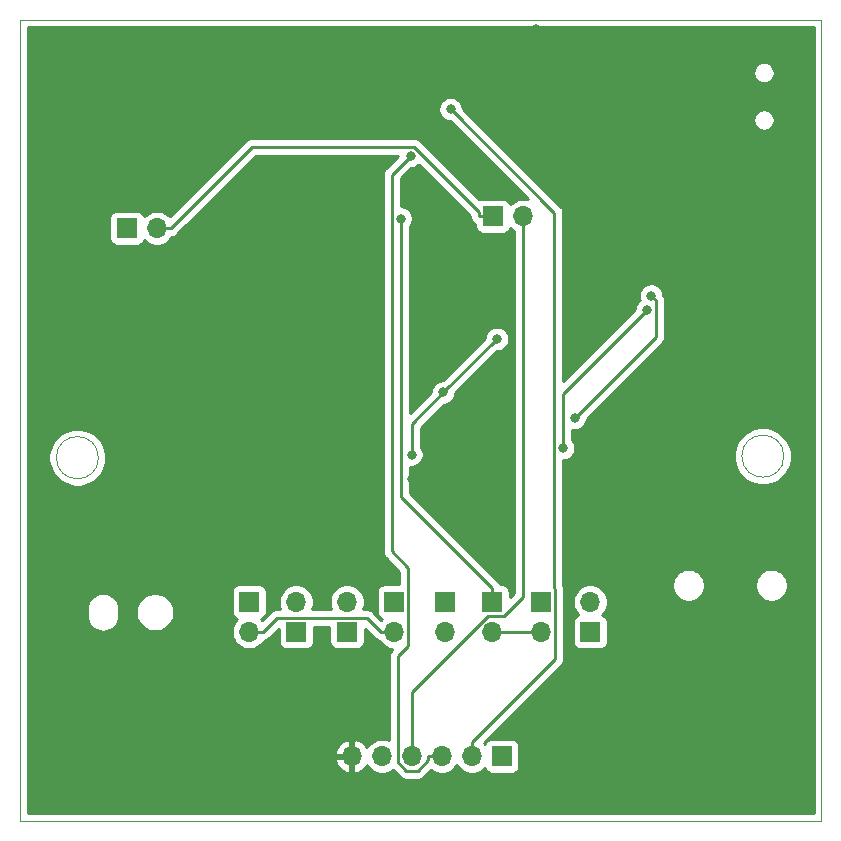
<source format=gbr>
%TF.GenerationSoftware,KiCad,Pcbnew,(5.1.8)-1*%
%TF.CreationDate,2021-07-11T12:48:12+05:30*%
%TF.ProjectId,AC_RMS_ESP32_ATM90E26,41435f52-4d53-45f4-9553-5033325f4154,V2*%
%TF.SameCoordinates,Original*%
%TF.FileFunction,Copper,L2,Bot*%
%TF.FilePolarity,Positive*%
%FSLAX46Y46*%
G04 Gerber Fmt 4.6, Leading zero omitted, Abs format (unit mm)*
G04 Created by KiCad (PCBNEW (5.1.8)-1) date 2021-07-11 12:48:12*
%MOMM*%
%LPD*%
G01*
G04 APERTURE LIST*
%TA.AperFunction,Profile*%
%ADD10C,0.050000*%
%TD*%
%TA.AperFunction,ComponentPad*%
%ADD11O,1.700000X1.700000*%
%TD*%
%TA.AperFunction,ComponentPad*%
%ADD12R,1.700000X1.700000*%
%TD*%
%TA.AperFunction,ViaPad*%
%ADD13C,0.800000*%
%TD*%
%TA.AperFunction,Conductor*%
%ADD14C,0.254000*%
%TD*%
%TA.AperFunction,Conductor*%
%ADD15C,0.100000*%
%TD*%
G04 APERTURE END LIST*
D10*
X137795000Y-66040000D02*
X137795000Y-133858000D01*
X69977000Y-66040000D02*
X69977000Y-133858000D01*
X134620000Y-102997000D02*
G75*
G03*
X134620000Y-102997000I-1778000J0D01*
G01*
X76585530Y-103124000D02*
G75*
G03*
X76585530Y-103124000I-1782530J0D01*
G01*
X137795000Y-66040000D02*
X122301000Y-66040000D01*
X122301000Y-66040000D02*
X85471000Y-66040000D01*
X85471000Y-66040000D02*
X69977000Y-66040000D01*
X122301000Y-133858000D02*
X137795000Y-133858000D01*
X85471000Y-133858000D02*
X122301000Y-133858000D01*
X69977000Y-133858000D02*
X85471000Y-133858000D01*
D11*
%TO.P,J11,2*%
%TO.N,CS*%
X114066000Y-117866000D03*
D12*
%TO.P,J11,1*%
%TO.N,/I1N_IN*%
X114066000Y-115326000D03*
%TD*%
%TO.P,J3,1*%
%TO.N,ADC1*%
X109911000Y-115326000D03*
D11*
%TO.P,J3,2*%
%TO.N,CS*%
X109911000Y-117866000D03*
%TD*%
D12*
%TO.P,J2,1*%
%TO.N,CT*%
X105898000Y-115326000D03*
D11*
%TO.P,J2,2*%
%TO.N,Net-(C1-Pad1)*%
X105898000Y-117866000D03*
%TD*%
D12*
%TO.P,J5,1*%
%TO.N,V2*%
X97637600Y-117876000D03*
D11*
%TO.P,J5,2*%
%TO.N,Net-(C2-Pad1)*%
X97637600Y-115336000D03*
%TD*%
%TO.P,J6,2*%
%TO.N,V1*%
X101651000Y-117866000D03*
D12*
%TO.P,J6,1*%
%TO.N,Net-(J6-Pad1)*%
X101651000Y-115326000D03*
%TD*%
%TO.P,J10,1*%
%TO.N,3V3_ATM*%
X78994000Y-83693000D03*
D11*
%TO.P,J10,2*%
%TO.N,Net-(C4-Pad1)*%
X81534000Y-83693000D03*
%TD*%
%TO.P,J7,2*%
%TO.N,3V3_ESP*%
X112522000Y-82677000D03*
D12*
%TO.P,J7,1*%
%TO.N,Net-(C4-Pad1)*%
X109982000Y-82677000D03*
%TD*%
%TO.P,J9,1*%
%TO.N,N/C*%
X110744000Y-128397000D03*
D11*
%TO.P,J9,2*%
%TO.N,RX*%
X108204000Y-128397000D03*
%TO.P,J9,3*%
%TO.N,TX*%
X105664000Y-128397000D03*
%TO.P,J9,4*%
%TO.N,3V3_ESP*%
X103124000Y-128397000D03*
%TO.P,J9,5*%
%TO.N,N/C*%
X100584000Y-128397000D03*
%TO.P,J9,6*%
%TO.N,GND*%
X98044000Y-128397000D03*
%TD*%
%TO.P,J12,2*%
%TO.N,/I1P_IN*%
X118222000Y-115336000D03*
D12*
%TO.P,J12,1*%
%TO.N,CT*%
X118222000Y-117876000D03*
%TD*%
%TO.P,J13,1*%
%TO.N,Net-(J13-Pad1)*%
X89344500Y-115326000D03*
D11*
%TO.P,J13,2*%
%TO.N,V1*%
X89344500Y-117866000D03*
%TD*%
D12*
%TO.P,J14,1*%
%TO.N,V2*%
X93332300Y-117876000D03*
D11*
%TO.P,J14,2*%
%TO.N,Net-(J14-Pad2)*%
X93332300Y-115336000D03*
%TD*%
D13*
%TO.N,GND*%
X75393900Y-78139400D03*
X106366500Y-68472200D03*
X83196700Y-91339600D03*
X74419800Y-87124200D03*
X132227200Y-96321300D03*
X126873000Y-67136900D03*
X123444000Y-127720600D03*
X123661500Y-74721600D03*
X113665000Y-66862700D03*
X98385100Y-75606300D03*
X97601900Y-98615100D03*
X86158700Y-68283800D03*
X73397000Y-93599000D03*
X110647400Y-106591700D03*
X103167000Y-104938700D03*
X94938900Y-90638600D03*
X94993400Y-95082000D03*
X89494600Y-85885800D03*
X79491300Y-68618500D03*
X75933000Y-68725300D03*
X136636200Y-74242200D03*
X136669300Y-71642000D03*
X136636200Y-68158000D03*
X136675900Y-76405500D03*
X124562300Y-101189000D03*
X83693000Y-94753000D03*
X116865000Y-67085600D03*
X117026200Y-108338200D03*
X117179500Y-90060200D03*
X128193800Y-75751500D03*
X131635500Y-87240000D03*
X111247500Y-87743500D03*
%TO.N,VP*%
X103098400Y-102869800D03*
X110313700Y-93060200D03*
X105775600Y-97598300D03*
%TO.N,RX*%
X106401200Y-73613100D03*
%TO.N,TX*%
X103020900Y-77566800D03*
%TO.N,I1N*%
X123393100Y-89399200D03*
X116896000Y-99789600D03*
%TO.N,I1P*%
X123049200Y-90586100D03*
X115921800Y-102327500D03*
%TO.N,ADC1*%
X102183500Y-82881900D03*
%TD*%
D14*
%TO.N,VP*%
X105775600Y-97598300D02*
X103098400Y-100275500D01*
X103098400Y-100275500D02*
X103098400Y-102869800D01*
X110313700Y-93060200D02*
X105775600Y-97598300D01*
%TO.N,Net-(C4-Pad1)*%
X81534000Y-83693000D02*
X82711300Y-83693000D01*
X109982000Y-82677000D02*
X108804700Y-82677000D01*
X108804700Y-82677000D02*
X108804700Y-82309100D01*
X108804700Y-82309100D02*
X103317500Y-76821900D01*
X103317500Y-76821900D02*
X89582400Y-76821900D01*
X89582400Y-76821900D02*
X82711300Y-83693000D01*
%TO.N,RX*%
X108204000Y-128397000D02*
X108204000Y-127219700D01*
X106401200Y-73613100D02*
X115194400Y-82406300D01*
X115194400Y-82406300D02*
X115194400Y-114148600D01*
X115194400Y-114148600D02*
X115253700Y-114207900D01*
X115253700Y-114207900D02*
X115253700Y-120170000D01*
X115253700Y-120170000D02*
X108204000Y-127219700D01*
%TO.N,TX*%
X105664000Y-128397000D02*
X104486700Y-128397000D01*
X103020900Y-77566800D02*
X101420400Y-79167300D01*
X101420400Y-79167300D02*
X101420400Y-111050300D01*
X101420400Y-111050300D02*
X102828400Y-112458300D01*
X102828400Y-112458300D02*
X102828400Y-119043400D01*
X102828400Y-119043400D02*
X101946600Y-119925200D01*
X101946600Y-119925200D02*
X101946600Y-128913700D01*
X101946600Y-128913700D02*
X102658700Y-129625800D01*
X102658700Y-129625800D02*
X103623800Y-129625800D01*
X103623800Y-129625800D02*
X104486700Y-128762900D01*
X104486700Y-128762900D02*
X104486700Y-128397000D01*
%TO.N,3V3_ESP*%
X112522000Y-82677000D02*
X112522000Y-83854300D01*
X103124000Y-128397000D02*
X103124000Y-122950400D01*
X103124000Y-122950400D02*
X109571000Y-116503400D01*
X109571000Y-116503400D02*
X110907800Y-116503400D01*
X110907800Y-116503400D02*
X112521900Y-114889300D01*
X112521900Y-114889300D02*
X112521900Y-83854300D01*
X112521900Y-83854300D02*
X112522000Y-83854300D01*
%TO.N,I1N*%
X116896000Y-99789600D02*
X123776600Y-92909000D01*
X123776600Y-92909000D02*
X123776600Y-89782700D01*
X123776600Y-89782700D02*
X123393100Y-89399200D01*
%TO.N,I1P*%
X115921800Y-102327500D02*
X115921800Y-97713500D01*
X115921800Y-97713500D02*
X123049200Y-90586100D01*
%TO.N,CS*%
X114066000Y-117866000D02*
X109911000Y-117866000D01*
%TO.N,ADC1*%
X109911000Y-115326000D02*
X109911000Y-114148700D01*
X102183500Y-82881900D02*
X102183500Y-106421200D01*
X102183500Y-106421200D02*
X109911000Y-114148700D01*
%TO.N,V1*%
X101651000Y-117866000D02*
X100473700Y-117866000D01*
X89344500Y-117866000D02*
X90521800Y-117866000D01*
X90521800Y-117866000D02*
X91689100Y-116698700D01*
X91689100Y-116698700D02*
X99306400Y-116698700D01*
X99306400Y-116698700D02*
X100473700Y-117866000D01*
%TD*%
%TO.N,GND*%
X137135001Y-133198000D02*
X70637000Y-133198000D01*
X70637000Y-128753891D01*
X96602519Y-128753891D01*
X96699843Y-129028252D01*
X96848822Y-129278355D01*
X97043731Y-129494588D01*
X97277080Y-129668641D01*
X97539901Y-129793825D01*
X97687110Y-129838476D01*
X97917000Y-129717155D01*
X97917000Y-128524000D01*
X96723186Y-128524000D01*
X96602519Y-128753891D01*
X70637000Y-128753891D01*
X70637000Y-128040109D01*
X96602519Y-128040109D01*
X96723186Y-128270000D01*
X97917000Y-128270000D01*
X97917000Y-127076845D01*
X97687110Y-126955524D01*
X97539901Y-127000175D01*
X97277080Y-127125359D01*
X97043731Y-127299412D01*
X96848822Y-127515645D01*
X96699843Y-127765748D01*
X96602519Y-128040109D01*
X70637000Y-128040109D01*
X70637000Y-115886964D01*
X75598000Y-115886964D01*
X75598000Y-116523037D01*
X75618040Y-116726507D01*
X75697236Y-116987581D01*
X75825843Y-117228188D01*
X75998920Y-117439081D01*
X76209813Y-117612157D01*
X76450420Y-117740764D01*
X76711494Y-117819960D01*
X76983000Y-117846701D01*
X77254507Y-117819960D01*
X77515581Y-117740764D01*
X77756188Y-117612157D01*
X77967081Y-117439081D01*
X78140157Y-117228188D01*
X78268764Y-116987580D01*
X78347960Y-116726506D01*
X78368000Y-116523036D01*
X78368000Y-116043967D01*
X79748000Y-116043967D01*
X79748000Y-116366033D01*
X79810832Y-116681912D01*
X79934082Y-116979463D01*
X80113013Y-117247252D01*
X80340748Y-117474987D01*
X80608537Y-117653918D01*
X80906088Y-117777168D01*
X81221967Y-117840000D01*
X81544033Y-117840000D01*
X81859912Y-117777168D01*
X82157463Y-117653918D01*
X82425252Y-117474987D01*
X82652987Y-117247252D01*
X82831918Y-116979463D01*
X82955168Y-116681912D01*
X83018000Y-116366033D01*
X83018000Y-116043967D01*
X82955168Y-115728088D01*
X82831918Y-115430537D01*
X82652987Y-115162748D01*
X82425252Y-114935013D01*
X82157463Y-114756082D01*
X81859912Y-114632832D01*
X81544033Y-114570000D01*
X81221967Y-114570000D01*
X80906088Y-114632832D01*
X80608537Y-114756082D01*
X80340748Y-114935013D01*
X80113013Y-115162748D01*
X79934082Y-115430537D01*
X79810832Y-115728088D01*
X79748000Y-116043967D01*
X78368000Y-116043967D01*
X78368000Y-115886963D01*
X78347960Y-115683493D01*
X78268764Y-115422419D01*
X78140157Y-115181812D01*
X77967080Y-114970919D01*
X77756187Y-114797843D01*
X77515580Y-114669236D01*
X77254506Y-114590040D01*
X76983000Y-114563299D01*
X76711493Y-114590040D01*
X76450419Y-114669236D01*
X76209812Y-114797843D01*
X75998919Y-114970920D01*
X75825843Y-115181813D01*
X75697236Y-115422420D01*
X75618040Y-115683494D01*
X75598000Y-115886964D01*
X70637000Y-115886964D01*
X70637000Y-102882630D01*
X72352328Y-102882630D01*
X72352328Y-103365370D01*
X72446506Y-103838835D01*
X72631242Y-104284829D01*
X72899439Y-104686212D01*
X73240788Y-105027561D01*
X73642171Y-105295758D01*
X74088165Y-105480494D01*
X74561630Y-105574672D01*
X75044370Y-105574672D01*
X75517835Y-105480494D01*
X75963829Y-105295758D01*
X76365212Y-105027561D01*
X76706561Y-104686212D01*
X76974758Y-104284829D01*
X77159494Y-103838835D01*
X77253672Y-103365370D01*
X77253672Y-102882630D01*
X77159494Y-102409165D01*
X76974758Y-101963171D01*
X76706561Y-101561788D01*
X76365212Y-101220439D01*
X75963829Y-100952242D01*
X75517835Y-100767506D01*
X75044370Y-100673328D01*
X74561630Y-100673328D01*
X74088165Y-100767506D01*
X73642171Y-100952242D01*
X73240788Y-101220439D01*
X72899439Y-101561788D01*
X72631242Y-101963171D01*
X72446506Y-102409165D01*
X72352328Y-102882630D01*
X70637000Y-102882630D01*
X70637000Y-82843000D01*
X77505928Y-82843000D01*
X77505928Y-84543000D01*
X77518188Y-84667482D01*
X77554498Y-84787180D01*
X77613463Y-84897494D01*
X77692815Y-84994185D01*
X77789506Y-85073537D01*
X77899820Y-85132502D01*
X78019518Y-85168812D01*
X78144000Y-85181072D01*
X79844000Y-85181072D01*
X79968482Y-85168812D01*
X80088180Y-85132502D01*
X80198494Y-85073537D01*
X80295185Y-84994185D01*
X80374537Y-84897494D01*
X80433502Y-84787180D01*
X80455513Y-84714620D01*
X80587368Y-84846475D01*
X80830589Y-85008990D01*
X81100842Y-85120932D01*
X81387740Y-85178000D01*
X81680260Y-85178000D01*
X81967158Y-85120932D01*
X82237411Y-85008990D01*
X82480632Y-84846475D01*
X82687475Y-84639632D01*
X82815218Y-84448451D01*
X82860678Y-84443974D01*
X83004315Y-84400402D01*
X83136692Y-84329645D01*
X83252722Y-84234422D01*
X83276584Y-84205346D01*
X89898031Y-77583900D01*
X101926169Y-77583900D01*
X100908054Y-78602016D01*
X100878978Y-78625878D01*
X100823383Y-78693622D01*
X100783755Y-78741908D01*
X100745935Y-78812665D01*
X100712998Y-78874286D01*
X100669426Y-79017923D01*
X100658400Y-79129874D01*
X100654714Y-79167300D01*
X100658400Y-79204723D01*
X100658401Y-111012867D01*
X100654714Y-111050300D01*
X100669427Y-111199678D01*
X100712999Y-111343315D01*
X100783755Y-111475692D01*
X100855121Y-111562651D01*
X100878979Y-111591722D01*
X100908049Y-111615579D01*
X102066400Y-112773930D01*
X102066400Y-113837928D01*
X100801000Y-113837928D01*
X100676518Y-113850188D01*
X100556820Y-113886498D01*
X100446506Y-113945463D01*
X100349815Y-114024815D01*
X100270463Y-114121506D01*
X100211498Y-114231820D01*
X100175188Y-114351518D01*
X100162928Y-114476000D01*
X100162928Y-116176000D01*
X100175188Y-116300482D01*
X100211498Y-116420180D01*
X100270463Y-116530494D01*
X100349815Y-116627185D01*
X100446506Y-116706537D01*
X100556820Y-116765502D01*
X100629380Y-116787513D01*
X100551112Y-116865781D01*
X99871684Y-116186354D01*
X99847822Y-116157278D01*
X99731792Y-116062055D01*
X99599415Y-115991298D01*
X99455778Y-115947726D01*
X99343826Y-115936700D01*
X99343823Y-115936700D01*
X99306400Y-115933014D01*
X99268977Y-115936700D01*
X98996134Y-115936700D01*
X99065532Y-115769158D01*
X99122600Y-115482260D01*
X99122600Y-115189740D01*
X99065532Y-114902842D01*
X98953590Y-114632589D01*
X98791075Y-114389368D01*
X98584232Y-114182525D01*
X98341011Y-114020010D01*
X98070758Y-113908068D01*
X97783860Y-113851000D01*
X97491340Y-113851000D01*
X97204442Y-113908068D01*
X96934189Y-114020010D01*
X96690968Y-114182525D01*
X96484125Y-114389368D01*
X96321610Y-114632589D01*
X96209668Y-114902842D01*
X96152600Y-115189740D01*
X96152600Y-115482260D01*
X96209668Y-115769158D01*
X96279066Y-115936700D01*
X94690834Y-115936700D01*
X94760232Y-115769158D01*
X94817300Y-115482260D01*
X94817300Y-115189740D01*
X94760232Y-114902842D01*
X94648290Y-114632589D01*
X94485775Y-114389368D01*
X94278932Y-114182525D01*
X94035711Y-114020010D01*
X93765458Y-113908068D01*
X93478560Y-113851000D01*
X93186040Y-113851000D01*
X92899142Y-113908068D01*
X92628889Y-114020010D01*
X92385668Y-114182525D01*
X92178825Y-114389368D01*
X92016310Y-114632589D01*
X91904368Y-114902842D01*
X91847300Y-115189740D01*
X91847300Y-115482260D01*
X91904368Y-115769158D01*
X91973766Y-115936700D01*
X91726515Y-115936700D01*
X91689099Y-115933015D01*
X91651683Y-115936700D01*
X91651674Y-115936700D01*
X91539722Y-115947726D01*
X91396085Y-115991298D01*
X91263708Y-116062055D01*
X91147678Y-116157278D01*
X91123821Y-116186348D01*
X90444388Y-116865781D01*
X90366120Y-116787513D01*
X90438680Y-116765502D01*
X90548994Y-116706537D01*
X90645685Y-116627185D01*
X90725037Y-116530494D01*
X90784002Y-116420180D01*
X90820312Y-116300482D01*
X90832572Y-116176000D01*
X90832572Y-114476000D01*
X90820312Y-114351518D01*
X90784002Y-114231820D01*
X90725037Y-114121506D01*
X90645685Y-114024815D01*
X90548994Y-113945463D01*
X90438680Y-113886498D01*
X90318982Y-113850188D01*
X90194500Y-113837928D01*
X88494500Y-113837928D01*
X88370018Y-113850188D01*
X88250320Y-113886498D01*
X88140006Y-113945463D01*
X88043315Y-114024815D01*
X87963963Y-114121506D01*
X87904998Y-114231820D01*
X87868688Y-114351518D01*
X87856428Y-114476000D01*
X87856428Y-116176000D01*
X87868688Y-116300482D01*
X87904998Y-116420180D01*
X87963963Y-116530494D01*
X88043315Y-116627185D01*
X88140006Y-116706537D01*
X88250320Y-116765502D01*
X88322880Y-116787513D01*
X88191025Y-116919368D01*
X88028510Y-117162589D01*
X87916568Y-117432842D01*
X87859500Y-117719740D01*
X87859500Y-118012260D01*
X87916568Y-118299158D01*
X88028510Y-118569411D01*
X88191025Y-118812632D01*
X88397868Y-119019475D01*
X88641089Y-119181990D01*
X88911342Y-119293932D01*
X89198240Y-119351000D01*
X89490760Y-119351000D01*
X89777658Y-119293932D01*
X90047911Y-119181990D01*
X90291132Y-119019475D01*
X90497975Y-118812632D01*
X90625718Y-118621451D01*
X90671178Y-118616974D01*
X90814815Y-118573402D01*
X90947192Y-118502645D01*
X91063222Y-118407422D01*
X91087084Y-118378346D01*
X91844228Y-117621203D01*
X91844228Y-118726000D01*
X91856488Y-118850482D01*
X91892798Y-118970180D01*
X91951763Y-119080494D01*
X92031115Y-119177185D01*
X92127806Y-119256537D01*
X92238120Y-119315502D01*
X92357818Y-119351812D01*
X92482300Y-119364072D01*
X94182300Y-119364072D01*
X94306782Y-119351812D01*
X94426480Y-119315502D01*
X94536794Y-119256537D01*
X94633485Y-119177185D01*
X94712837Y-119080494D01*
X94771802Y-118970180D01*
X94808112Y-118850482D01*
X94820372Y-118726000D01*
X94820372Y-117460700D01*
X96149528Y-117460700D01*
X96149528Y-118726000D01*
X96161788Y-118850482D01*
X96198098Y-118970180D01*
X96257063Y-119080494D01*
X96336415Y-119177185D01*
X96433106Y-119256537D01*
X96543420Y-119315502D01*
X96663118Y-119351812D01*
X96787600Y-119364072D01*
X98487600Y-119364072D01*
X98612082Y-119351812D01*
X98731780Y-119315502D01*
X98842094Y-119256537D01*
X98938785Y-119177185D01*
X99018137Y-119080494D01*
X99077102Y-118970180D01*
X99113412Y-118850482D01*
X99125672Y-118726000D01*
X99125672Y-117595602D01*
X99908421Y-118378352D01*
X99932278Y-118407422D01*
X100048308Y-118502645D01*
X100180685Y-118573402D01*
X100324322Y-118616974D01*
X100369782Y-118621451D01*
X100497525Y-118812632D01*
X100704368Y-119019475D01*
X100947589Y-119181990D01*
X101217842Y-119293932D01*
X101453385Y-119340785D01*
X101434254Y-119359916D01*
X101405178Y-119383778D01*
X101349583Y-119451522D01*
X101309955Y-119499808D01*
X101280053Y-119555751D01*
X101239198Y-119632186D01*
X101195626Y-119775823D01*
X101185663Y-119876985D01*
X101180914Y-119925200D01*
X101184600Y-119962623D01*
X101184601Y-127038425D01*
X101017158Y-126969068D01*
X100730260Y-126912000D01*
X100437740Y-126912000D01*
X100150842Y-126969068D01*
X99880589Y-127081010D01*
X99637368Y-127243525D01*
X99430525Y-127450368D01*
X99308805Y-127632534D01*
X99239178Y-127515645D01*
X99044269Y-127299412D01*
X98810920Y-127125359D01*
X98548099Y-127000175D01*
X98400890Y-126955524D01*
X98171000Y-127076845D01*
X98171000Y-128270000D01*
X98191000Y-128270000D01*
X98191000Y-128524000D01*
X98171000Y-128524000D01*
X98171000Y-129717155D01*
X98400890Y-129838476D01*
X98548099Y-129793825D01*
X98810920Y-129668641D01*
X99044269Y-129494588D01*
X99239178Y-129278355D01*
X99308805Y-129161466D01*
X99430525Y-129343632D01*
X99637368Y-129550475D01*
X99880589Y-129712990D01*
X100150842Y-129824932D01*
X100437740Y-129882000D01*
X100730260Y-129882000D01*
X101017158Y-129824932D01*
X101287411Y-129712990D01*
X101515713Y-129560443D01*
X102093420Y-130138151D01*
X102117278Y-130167222D01*
X102233308Y-130262445D01*
X102365685Y-130333202D01*
X102509322Y-130376774D01*
X102621274Y-130387800D01*
X102621283Y-130387800D01*
X102658699Y-130391485D01*
X102696115Y-130387800D01*
X103586377Y-130387800D01*
X103623800Y-130391486D01*
X103661223Y-130387800D01*
X103661226Y-130387800D01*
X103773178Y-130376774D01*
X103916815Y-130333202D01*
X104049192Y-130262445D01*
X104165222Y-130167222D01*
X104189084Y-130138147D01*
X104752968Y-129574262D01*
X104960589Y-129712990D01*
X105230842Y-129824932D01*
X105517740Y-129882000D01*
X105810260Y-129882000D01*
X106097158Y-129824932D01*
X106367411Y-129712990D01*
X106610632Y-129550475D01*
X106817475Y-129343632D01*
X106934000Y-129169240D01*
X107050525Y-129343632D01*
X107257368Y-129550475D01*
X107500589Y-129712990D01*
X107770842Y-129824932D01*
X108057740Y-129882000D01*
X108350260Y-129882000D01*
X108637158Y-129824932D01*
X108907411Y-129712990D01*
X109150632Y-129550475D01*
X109282487Y-129418620D01*
X109304498Y-129491180D01*
X109363463Y-129601494D01*
X109442815Y-129698185D01*
X109539506Y-129777537D01*
X109649820Y-129836502D01*
X109769518Y-129872812D01*
X109894000Y-129885072D01*
X111594000Y-129885072D01*
X111718482Y-129872812D01*
X111838180Y-129836502D01*
X111948494Y-129777537D01*
X112045185Y-129698185D01*
X112124537Y-129601494D01*
X112183502Y-129491180D01*
X112219812Y-129371482D01*
X112232072Y-129247000D01*
X112232072Y-127547000D01*
X112219812Y-127422518D01*
X112183502Y-127302820D01*
X112124537Y-127192506D01*
X112045185Y-127095815D01*
X111948494Y-127016463D01*
X111838180Y-126957498D01*
X111718482Y-126921188D01*
X111594000Y-126908928D01*
X109894000Y-126908928D01*
X109769518Y-126921188D01*
X109649820Y-126957498D01*
X109539506Y-127016463D01*
X109442815Y-127095815D01*
X109363463Y-127192506D01*
X109304498Y-127302820D01*
X109282487Y-127375380D01*
X109204219Y-127297112D01*
X115766052Y-120735279D01*
X115795122Y-120711422D01*
X115890345Y-120595392D01*
X115961102Y-120463015D01*
X116004674Y-120319378D01*
X116015700Y-120207426D01*
X116015700Y-120207424D01*
X116019386Y-120170001D01*
X116015700Y-120132578D01*
X116015700Y-117026000D01*
X116733928Y-117026000D01*
X116733928Y-118726000D01*
X116746188Y-118850482D01*
X116782498Y-118970180D01*
X116841463Y-119080494D01*
X116920815Y-119177185D01*
X117017506Y-119256537D01*
X117127820Y-119315502D01*
X117247518Y-119351812D01*
X117372000Y-119364072D01*
X119072000Y-119364072D01*
X119196482Y-119351812D01*
X119316180Y-119315502D01*
X119426494Y-119256537D01*
X119523185Y-119177185D01*
X119602537Y-119080494D01*
X119661502Y-118970180D01*
X119697812Y-118850482D01*
X119710072Y-118726000D01*
X119710072Y-117026000D01*
X119697812Y-116901518D01*
X119661502Y-116781820D01*
X119602537Y-116671506D01*
X119523185Y-116574815D01*
X119426494Y-116495463D01*
X119316180Y-116436498D01*
X119243620Y-116414487D01*
X119375475Y-116282632D01*
X119537990Y-116039411D01*
X119649932Y-115769158D01*
X119707000Y-115482260D01*
X119707000Y-115189740D01*
X119649932Y-114902842D01*
X119537990Y-114632589D01*
X119375475Y-114389368D01*
X119168632Y-114182525D01*
X118925411Y-114020010D01*
X118655158Y-113908068D01*
X118368260Y-113851000D01*
X118075740Y-113851000D01*
X117788842Y-113908068D01*
X117518589Y-114020010D01*
X117275368Y-114182525D01*
X117068525Y-114389368D01*
X116906010Y-114632589D01*
X116794068Y-114902842D01*
X116737000Y-115189740D01*
X116737000Y-115482260D01*
X116794068Y-115769158D01*
X116906010Y-116039411D01*
X117068525Y-116282632D01*
X117200380Y-116414487D01*
X117127820Y-116436498D01*
X117017506Y-116495463D01*
X116920815Y-116574815D01*
X116841463Y-116671506D01*
X116782498Y-116781820D01*
X116746188Y-116901518D01*
X116733928Y-117026000D01*
X116015700Y-117026000D01*
X116015700Y-114245323D01*
X116019386Y-114207900D01*
X116013555Y-114148699D01*
X116004674Y-114058522D01*
X115961102Y-113914885D01*
X115956400Y-113906088D01*
X115956400Y-113782589D01*
X125168000Y-113782589D01*
X125168000Y-114055411D01*
X125221225Y-114322989D01*
X125325629Y-114575043D01*
X125477201Y-114801886D01*
X125670114Y-114994799D01*
X125896957Y-115146371D01*
X126149011Y-115250775D01*
X126416589Y-115304000D01*
X126689411Y-115304000D01*
X126956989Y-115250775D01*
X127209043Y-115146371D01*
X127435886Y-114994799D01*
X127628799Y-114801886D01*
X127780371Y-114575043D01*
X127884775Y-114322989D01*
X127938000Y-114055411D01*
X127938000Y-113782589D01*
X132168000Y-113782589D01*
X132168000Y-114055411D01*
X132221225Y-114322989D01*
X132325629Y-114575043D01*
X132477201Y-114801886D01*
X132670114Y-114994799D01*
X132896957Y-115146371D01*
X133149011Y-115250775D01*
X133416589Y-115304000D01*
X133689411Y-115304000D01*
X133956989Y-115250775D01*
X134209043Y-115146371D01*
X134435886Y-114994799D01*
X134628799Y-114801886D01*
X134780371Y-114575043D01*
X134884775Y-114322989D01*
X134938000Y-114055411D01*
X134938000Y-113782589D01*
X134884775Y-113515011D01*
X134780371Y-113262957D01*
X134628799Y-113036114D01*
X134435886Y-112843201D01*
X134209043Y-112691629D01*
X133956989Y-112587225D01*
X133689411Y-112534000D01*
X133416589Y-112534000D01*
X133149011Y-112587225D01*
X132896957Y-112691629D01*
X132670114Y-112843201D01*
X132477201Y-113036114D01*
X132325629Y-113262957D01*
X132221225Y-113515011D01*
X132168000Y-113782589D01*
X127938000Y-113782589D01*
X127884775Y-113515011D01*
X127780371Y-113262957D01*
X127628799Y-113036114D01*
X127435886Y-112843201D01*
X127209043Y-112691629D01*
X126956989Y-112587225D01*
X126689411Y-112534000D01*
X126416589Y-112534000D01*
X126149011Y-112587225D01*
X125896957Y-112691629D01*
X125670114Y-112843201D01*
X125477201Y-113036114D01*
X125325629Y-113262957D01*
X125221225Y-113515011D01*
X125168000Y-113782589D01*
X115956400Y-113782589D01*
X115956400Y-103362500D01*
X116023739Y-103362500D01*
X116223698Y-103322726D01*
X116412056Y-103244705D01*
X116581574Y-103131437D01*
X116725737Y-102987274D01*
X116839005Y-102817756D01*
X116864554Y-102756074D01*
X130395836Y-102756074D01*
X130395836Y-103237926D01*
X130489841Y-103710520D01*
X130674238Y-104155693D01*
X130941940Y-104556339D01*
X131282661Y-104897060D01*
X131683307Y-105164762D01*
X132128480Y-105349159D01*
X132601074Y-105443164D01*
X133082926Y-105443164D01*
X133555520Y-105349159D01*
X134000693Y-105164762D01*
X134401339Y-104897060D01*
X134742060Y-104556339D01*
X135009762Y-104155693D01*
X135194159Y-103710520D01*
X135288164Y-103237926D01*
X135288164Y-102756074D01*
X135194159Y-102283480D01*
X135009762Y-101838307D01*
X134742060Y-101437661D01*
X134401339Y-101096940D01*
X134000693Y-100829238D01*
X133555520Y-100644841D01*
X133082926Y-100550836D01*
X132601074Y-100550836D01*
X132128480Y-100644841D01*
X131683307Y-100829238D01*
X131282661Y-101096940D01*
X130941940Y-101437661D01*
X130674238Y-101838307D01*
X130489841Y-102283480D01*
X130395836Y-102756074D01*
X116864554Y-102756074D01*
X116917026Y-102629398D01*
X116956800Y-102429439D01*
X116956800Y-102225561D01*
X116917026Y-102025602D01*
X116839005Y-101837244D01*
X116725737Y-101667726D01*
X116683800Y-101625789D01*
X116683800Y-100802668D01*
X116794061Y-100824600D01*
X116997939Y-100824600D01*
X117197898Y-100784826D01*
X117386256Y-100706805D01*
X117555774Y-100593537D01*
X117699937Y-100449374D01*
X117813205Y-100279856D01*
X117891226Y-100091498D01*
X117931000Y-99891539D01*
X117931000Y-99832230D01*
X124288953Y-93474278D01*
X124318022Y-93450422D01*
X124345372Y-93417096D01*
X124413245Y-93334393D01*
X124484001Y-93202016D01*
X124484002Y-93202015D01*
X124527574Y-93058378D01*
X124538600Y-92946426D01*
X124538600Y-92946423D01*
X124542286Y-92909000D01*
X124538600Y-92871577D01*
X124538600Y-89820123D01*
X124542286Y-89782700D01*
X124533374Y-89692215D01*
X124527574Y-89633322D01*
X124484002Y-89489685D01*
X124428100Y-89385100D01*
X124428100Y-89297261D01*
X124388326Y-89097302D01*
X124310305Y-88908944D01*
X124197037Y-88739426D01*
X124052874Y-88595263D01*
X123883356Y-88481995D01*
X123694998Y-88403974D01*
X123495039Y-88364200D01*
X123291161Y-88364200D01*
X123091202Y-88403974D01*
X122902844Y-88481995D01*
X122733326Y-88595263D01*
X122589163Y-88739426D01*
X122475895Y-88908944D01*
X122397874Y-89097302D01*
X122358100Y-89297261D01*
X122358100Y-89501139D01*
X122397874Y-89701098D01*
X122422342Y-89760169D01*
X122389426Y-89782163D01*
X122245263Y-89926326D01*
X122131995Y-90095844D01*
X122053974Y-90284202D01*
X122014200Y-90484161D01*
X122014200Y-90543469D01*
X115956400Y-96601270D01*
X115956400Y-82443723D01*
X115960086Y-82406300D01*
X115950844Y-82312463D01*
X115945374Y-82256922D01*
X115901802Y-82113285D01*
X115831046Y-81980909D01*
X115831045Y-81980907D01*
X115796257Y-81938519D01*
X115735822Y-81864878D01*
X115706747Y-81841017D01*
X108311103Y-74445373D01*
X132025000Y-74445373D01*
X132025000Y-74624627D01*
X132059971Y-74800437D01*
X132128569Y-74966047D01*
X132228157Y-75115091D01*
X132354909Y-75241843D01*
X132503953Y-75341431D01*
X132669563Y-75410029D01*
X132845373Y-75445000D01*
X133024627Y-75445000D01*
X133200437Y-75410029D01*
X133366047Y-75341431D01*
X133515091Y-75241843D01*
X133641843Y-75115091D01*
X133741431Y-74966047D01*
X133810029Y-74800437D01*
X133845000Y-74624627D01*
X133845000Y-74445373D01*
X133810029Y-74269563D01*
X133741431Y-74103953D01*
X133641843Y-73954909D01*
X133515091Y-73828157D01*
X133366047Y-73728569D01*
X133200437Y-73659971D01*
X133024627Y-73625000D01*
X132845373Y-73625000D01*
X132669563Y-73659971D01*
X132503953Y-73728569D01*
X132354909Y-73828157D01*
X132228157Y-73954909D01*
X132128569Y-74103953D01*
X132059971Y-74269563D01*
X132025000Y-74445373D01*
X108311103Y-74445373D01*
X107436200Y-73570470D01*
X107436200Y-73511161D01*
X107396426Y-73311202D01*
X107318405Y-73122844D01*
X107205137Y-72953326D01*
X107060974Y-72809163D01*
X106891456Y-72695895D01*
X106703098Y-72617874D01*
X106503139Y-72578100D01*
X106299261Y-72578100D01*
X106099302Y-72617874D01*
X105910944Y-72695895D01*
X105741426Y-72809163D01*
X105597263Y-72953326D01*
X105483995Y-73122844D01*
X105405974Y-73311202D01*
X105366200Y-73511161D01*
X105366200Y-73715039D01*
X105405974Y-73914998D01*
X105483995Y-74103356D01*
X105597263Y-74272874D01*
X105741426Y-74417037D01*
X105910944Y-74530305D01*
X106099302Y-74608326D01*
X106299261Y-74648100D01*
X106358570Y-74648100D01*
X112962635Y-81252165D01*
X112955158Y-81249068D01*
X112668260Y-81192000D01*
X112375740Y-81192000D01*
X112088842Y-81249068D01*
X111818589Y-81361010D01*
X111575368Y-81523525D01*
X111443513Y-81655380D01*
X111421502Y-81582820D01*
X111362537Y-81472506D01*
X111283185Y-81375815D01*
X111186494Y-81296463D01*
X111076180Y-81237498D01*
X110956482Y-81201188D01*
X110832000Y-81188928D01*
X109132000Y-81188928D01*
X109007518Y-81201188D01*
X108887820Y-81237498D01*
X108837581Y-81264351D01*
X103882784Y-76309554D01*
X103858922Y-76280478D01*
X103742892Y-76185255D01*
X103610515Y-76114498D01*
X103466878Y-76070926D01*
X103354926Y-76059900D01*
X103354923Y-76059900D01*
X103317500Y-76056214D01*
X103280077Y-76059900D01*
X89619823Y-76059900D01*
X89582400Y-76056214D01*
X89544977Y-76059900D01*
X89544974Y-76059900D01*
X89433022Y-76070926D01*
X89289385Y-76114498D01*
X89227764Y-76147435D01*
X89157007Y-76185255D01*
X89074304Y-76253128D01*
X89040978Y-76280478D01*
X89017121Y-76309548D01*
X82633888Y-82692781D01*
X82480632Y-82539525D01*
X82237411Y-82377010D01*
X81967158Y-82265068D01*
X81680260Y-82208000D01*
X81387740Y-82208000D01*
X81100842Y-82265068D01*
X80830589Y-82377010D01*
X80587368Y-82539525D01*
X80455513Y-82671380D01*
X80433502Y-82598820D01*
X80374537Y-82488506D01*
X80295185Y-82391815D01*
X80198494Y-82312463D01*
X80088180Y-82253498D01*
X79968482Y-82217188D01*
X79844000Y-82204928D01*
X78144000Y-82204928D01*
X78019518Y-82217188D01*
X77899820Y-82253498D01*
X77789506Y-82312463D01*
X77692815Y-82391815D01*
X77613463Y-82488506D01*
X77554498Y-82598820D01*
X77518188Y-82718518D01*
X77505928Y-82843000D01*
X70637000Y-82843000D01*
X70637000Y-70445373D01*
X132025000Y-70445373D01*
X132025000Y-70624627D01*
X132059971Y-70800437D01*
X132128569Y-70966047D01*
X132228157Y-71115091D01*
X132354909Y-71241843D01*
X132503953Y-71341431D01*
X132669563Y-71410029D01*
X132845373Y-71445000D01*
X133024627Y-71445000D01*
X133200437Y-71410029D01*
X133366047Y-71341431D01*
X133515091Y-71241843D01*
X133641843Y-71115091D01*
X133741431Y-70966047D01*
X133810029Y-70800437D01*
X133845000Y-70624627D01*
X133845000Y-70445373D01*
X133810029Y-70269563D01*
X133741431Y-70103953D01*
X133641843Y-69954909D01*
X133515091Y-69828157D01*
X133366047Y-69728569D01*
X133200437Y-69659971D01*
X133024627Y-69625000D01*
X132845373Y-69625000D01*
X132669563Y-69659971D01*
X132503953Y-69728569D01*
X132354909Y-69828157D01*
X132228157Y-69954909D01*
X132128569Y-70103953D01*
X132059971Y-70269563D01*
X132025000Y-70445373D01*
X70637000Y-70445373D01*
X70637000Y-66700000D01*
X137135000Y-66700000D01*
X137135001Y-133198000D01*
%TA.AperFunction,Conductor*%
D15*
G36*
X137135001Y-133198000D02*
G01*
X70637000Y-133198000D01*
X70637000Y-128753891D01*
X96602519Y-128753891D01*
X96699843Y-129028252D01*
X96848822Y-129278355D01*
X97043731Y-129494588D01*
X97277080Y-129668641D01*
X97539901Y-129793825D01*
X97687110Y-129838476D01*
X97917000Y-129717155D01*
X97917000Y-128524000D01*
X96723186Y-128524000D01*
X96602519Y-128753891D01*
X70637000Y-128753891D01*
X70637000Y-128040109D01*
X96602519Y-128040109D01*
X96723186Y-128270000D01*
X97917000Y-128270000D01*
X97917000Y-127076845D01*
X97687110Y-126955524D01*
X97539901Y-127000175D01*
X97277080Y-127125359D01*
X97043731Y-127299412D01*
X96848822Y-127515645D01*
X96699843Y-127765748D01*
X96602519Y-128040109D01*
X70637000Y-128040109D01*
X70637000Y-115886964D01*
X75598000Y-115886964D01*
X75598000Y-116523037D01*
X75618040Y-116726507D01*
X75697236Y-116987581D01*
X75825843Y-117228188D01*
X75998920Y-117439081D01*
X76209813Y-117612157D01*
X76450420Y-117740764D01*
X76711494Y-117819960D01*
X76983000Y-117846701D01*
X77254507Y-117819960D01*
X77515581Y-117740764D01*
X77756188Y-117612157D01*
X77967081Y-117439081D01*
X78140157Y-117228188D01*
X78268764Y-116987580D01*
X78347960Y-116726506D01*
X78368000Y-116523036D01*
X78368000Y-116043967D01*
X79748000Y-116043967D01*
X79748000Y-116366033D01*
X79810832Y-116681912D01*
X79934082Y-116979463D01*
X80113013Y-117247252D01*
X80340748Y-117474987D01*
X80608537Y-117653918D01*
X80906088Y-117777168D01*
X81221967Y-117840000D01*
X81544033Y-117840000D01*
X81859912Y-117777168D01*
X82157463Y-117653918D01*
X82425252Y-117474987D01*
X82652987Y-117247252D01*
X82831918Y-116979463D01*
X82955168Y-116681912D01*
X83018000Y-116366033D01*
X83018000Y-116043967D01*
X82955168Y-115728088D01*
X82831918Y-115430537D01*
X82652987Y-115162748D01*
X82425252Y-114935013D01*
X82157463Y-114756082D01*
X81859912Y-114632832D01*
X81544033Y-114570000D01*
X81221967Y-114570000D01*
X80906088Y-114632832D01*
X80608537Y-114756082D01*
X80340748Y-114935013D01*
X80113013Y-115162748D01*
X79934082Y-115430537D01*
X79810832Y-115728088D01*
X79748000Y-116043967D01*
X78368000Y-116043967D01*
X78368000Y-115886963D01*
X78347960Y-115683493D01*
X78268764Y-115422419D01*
X78140157Y-115181812D01*
X77967080Y-114970919D01*
X77756187Y-114797843D01*
X77515580Y-114669236D01*
X77254506Y-114590040D01*
X76983000Y-114563299D01*
X76711493Y-114590040D01*
X76450419Y-114669236D01*
X76209812Y-114797843D01*
X75998919Y-114970920D01*
X75825843Y-115181813D01*
X75697236Y-115422420D01*
X75618040Y-115683494D01*
X75598000Y-115886964D01*
X70637000Y-115886964D01*
X70637000Y-102882630D01*
X72352328Y-102882630D01*
X72352328Y-103365370D01*
X72446506Y-103838835D01*
X72631242Y-104284829D01*
X72899439Y-104686212D01*
X73240788Y-105027561D01*
X73642171Y-105295758D01*
X74088165Y-105480494D01*
X74561630Y-105574672D01*
X75044370Y-105574672D01*
X75517835Y-105480494D01*
X75963829Y-105295758D01*
X76365212Y-105027561D01*
X76706561Y-104686212D01*
X76974758Y-104284829D01*
X77159494Y-103838835D01*
X77253672Y-103365370D01*
X77253672Y-102882630D01*
X77159494Y-102409165D01*
X76974758Y-101963171D01*
X76706561Y-101561788D01*
X76365212Y-101220439D01*
X75963829Y-100952242D01*
X75517835Y-100767506D01*
X75044370Y-100673328D01*
X74561630Y-100673328D01*
X74088165Y-100767506D01*
X73642171Y-100952242D01*
X73240788Y-101220439D01*
X72899439Y-101561788D01*
X72631242Y-101963171D01*
X72446506Y-102409165D01*
X72352328Y-102882630D01*
X70637000Y-102882630D01*
X70637000Y-82843000D01*
X77505928Y-82843000D01*
X77505928Y-84543000D01*
X77518188Y-84667482D01*
X77554498Y-84787180D01*
X77613463Y-84897494D01*
X77692815Y-84994185D01*
X77789506Y-85073537D01*
X77899820Y-85132502D01*
X78019518Y-85168812D01*
X78144000Y-85181072D01*
X79844000Y-85181072D01*
X79968482Y-85168812D01*
X80088180Y-85132502D01*
X80198494Y-85073537D01*
X80295185Y-84994185D01*
X80374537Y-84897494D01*
X80433502Y-84787180D01*
X80455513Y-84714620D01*
X80587368Y-84846475D01*
X80830589Y-85008990D01*
X81100842Y-85120932D01*
X81387740Y-85178000D01*
X81680260Y-85178000D01*
X81967158Y-85120932D01*
X82237411Y-85008990D01*
X82480632Y-84846475D01*
X82687475Y-84639632D01*
X82815218Y-84448451D01*
X82860678Y-84443974D01*
X83004315Y-84400402D01*
X83136692Y-84329645D01*
X83252722Y-84234422D01*
X83276584Y-84205346D01*
X89898031Y-77583900D01*
X101926169Y-77583900D01*
X100908054Y-78602016D01*
X100878978Y-78625878D01*
X100823383Y-78693622D01*
X100783755Y-78741908D01*
X100745935Y-78812665D01*
X100712998Y-78874286D01*
X100669426Y-79017923D01*
X100658400Y-79129874D01*
X100654714Y-79167300D01*
X100658400Y-79204723D01*
X100658401Y-111012867D01*
X100654714Y-111050300D01*
X100669427Y-111199678D01*
X100712999Y-111343315D01*
X100783755Y-111475692D01*
X100855121Y-111562651D01*
X100878979Y-111591722D01*
X100908049Y-111615579D01*
X102066400Y-112773930D01*
X102066400Y-113837928D01*
X100801000Y-113837928D01*
X100676518Y-113850188D01*
X100556820Y-113886498D01*
X100446506Y-113945463D01*
X100349815Y-114024815D01*
X100270463Y-114121506D01*
X100211498Y-114231820D01*
X100175188Y-114351518D01*
X100162928Y-114476000D01*
X100162928Y-116176000D01*
X100175188Y-116300482D01*
X100211498Y-116420180D01*
X100270463Y-116530494D01*
X100349815Y-116627185D01*
X100446506Y-116706537D01*
X100556820Y-116765502D01*
X100629380Y-116787513D01*
X100551112Y-116865781D01*
X99871684Y-116186354D01*
X99847822Y-116157278D01*
X99731792Y-116062055D01*
X99599415Y-115991298D01*
X99455778Y-115947726D01*
X99343826Y-115936700D01*
X99343823Y-115936700D01*
X99306400Y-115933014D01*
X99268977Y-115936700D01*
X98996134Y-115936700D01*
X99065532Y-115769158D01*
X99122600Y-115482260D01*
X99122600Y-115189740D01*
X99065532Y-114902842D01*
X98953590Y-114632589D01*
X98791075Y-114389368D01*
X98584232Y-114182525D01*
X98341011Y-114020010D01*
X98070758Y-113908068D01*
X97783860Y-113851000D01*
X97491340Y-113851000D01*
X97204442Y-113908068D01*
X96934189Y-114020010D01*
X96690968Y-114182525D01*
X96484125Y-114389368D01*
X96321610Y-114632589D01*
X96209668Y-114902842D01*
X96152600Y-115189740D01*
X96152600Y-115482260D01*
X96209668Y-115769158D01*
X96279066Y-115936700D01*
X94690834Y-115936700D01*
X94760232Y-115769158D01*
X94817300Y-115482260D01*
X94817300Y-115189740D01*
X94760232Y-114902842D01*
X94648290Y-114632589D01*
X94485775Y-114389368D01*
X94278932Y-114182525D01*
X94035711Y-114020010D01*
X93765458Y-113908068D01*
X93478560Y-113851000D01*
X93186040Y-113851000D01*
X92899142Y-113908068D01*
X92628889Y-114020010D01*
X92385668Y-114182525D01*
X92178825Y-114389368D01*
X92016310Y-114632589D01*
X91904368Y-114902842D01*
X91847300Y-115189740D01*
X91847300Y-115482260D01*
X91904368Y-115769158D01*
X91973766Y-115936700D01*
X91726515Y-115936700D01*
X91689099Y-115933015D01*
X91651683Y-115936700D01*
X91651674Y-115936700D01*
X91539722Y-115947726D01*
X91396085Y-115991298D01*
X91263708Y-116062055D01*
X91147678Y-116157278D01*
X91123821Y-116186348D01*
X90444388Y-116865781D01*
X90366120Y-116787513D01*
X90438680Y-116765502D01*
X90548994Y-116706537D01*
X90645685Y-116627185D01*
X90725037Y-116530494D01*
X90784002Y-116420180D01*
X90820312Y-116300482D01*
X90832572Y-116176000D01*
X90832572Y-114476000D01*
X90820312Y-114351518D01*
X90784002Y-114231820D01*
X90725037Y-114121506D01*
X90645685Y-114024815D01*
X90548994Y-113945463D01*
X90438680Y-113886498D01*
X90318982Y-113850188D01*
X90194500Y-113837928D01*
X88494500Y-113837928D01*
X88370018Y-113850188D01*
X88250320Y-113886498D01*
X88140006Y-113945463D01*
X88043315Y-114024815D01*
X87963963Y-114121506D01*
X87904998Y-114231820D01*
X87868688Y-114351518D01*
X87856428Y-114476000D01*
X87856428Y-116176000D01*
X87868688Y-116300482D01*
X87904998Y-116420180D01*
X87963963Y-116530494D01*
X88043315Y-116627185D01*
X88140006Y-116706537D01*
X88250320Y-116765502D01*
X88322880Y-116787513D01*
X88191025Y-116919368D01*
X88028510Y-117162589D01*
X87916568Y-117432842D01*
X87859500Y-117719740D01*
X87859500Y-118012260D01*
X87916568Y-118299158D01*
X88028510Y-118569411D01*
X88191025Y-118812632D01*
X88397868Y-119019475D01*
X88641089Y-119181990D01*
X88911342Y-119293932D01*
X89198240Y-119351000D01*
X89490760Y-119351000D01*
X89777658Y-119293932D01*
X90047911Y-119181990D01*
X90291132Y-119019475D01*
X90497975Y-118812632D01*
X90625718Y-118621451D01*
X90671178Y-118616974D01*
X90814815Y-118573402D01*
X90947192Y-118502645D01*
X91063222Y-118407422D01*
X91087084Y-118378346D01*
X91844228Y-117621203D01*
X91844228Y-118726000D01*
X91856488Y-118850482D01*
X91892798Y-118970180D01*
X91951763Y-119080494D01*
X92031115Y-119177185D01*
X92127806Y-119256537D01*
X92238120Y-119315502D01*
X92357818Y-119351812D01*
X92482300Y-119364072D01*
X94182300Y-119364072D01*
X94306782Y-119351812D01*
X94426480Y-119315502D01*
X94536794Y-119256537D01*
X94633485Y-119177185D01*
X94712837Y-119080494D01*
X94771802Y-118970180D01*
X94808112Y-118850482D01*
X94820372Y-118726000D01*
X94820372Y-117460700D01*
X96149528Y-117460700D01*
X96149528Y-118726000D01*
X96161788Y-118850482D01*
X96198098Y-118970180D01*
X96257063Y-119080494D01*
X96336415Y-119177185D01*
X96433106Y-119256537D01*
X96543420Y-119315502D01*
X96663118Y-119351812D01*
X96787600Y-119364072D01*
X98487600Y-119364072D01*
X98612082Y-119351812D01*
X98731780Y-119315502D01*
X98842094Y-119256537D01*
X98938785Y-119177185D01*
X99018137Y-119080494D01*
X99077102Y-118970180D01*
X99113412Y-118850482D01*
X99125672Y-118726000D01*
X99125672Y-117595602D01*
X99908421Y-118378352D01*
X99932278Y-118407422D01*
X100048308Y-118502645D01*
X100180685Y-118573402D01*
X100324322Y-118616974D01*
X100369782Y-118621451D01*
X100497525Y-118812632D01*
X100704368Y-119019475D01*
X100947589Y-119181990D01*
X101217842Y-119293932D01*
X101453385Y-119340785D01*
X101434254Y-119359916D01*
X101405178Y-119383778D01*
X101349583Y-119451522D01*
X101309955Y-119499808D01*
X101280053Y-119555751D01*
X101239198Y-119632186D01*
X101195626Y-119775823D01*
X101185663Y-119876985D01*
X101180914Y-119925200D01*
X101184600Y-119962623D01*
X101184601Y-127038425D01*
X101017158Y-126969068D01*
X100730260Y-126912000D01*
X100437740Y-126912000D01*
X100150842Y-126969068D01*
X99880589Y-127081010D01*
X99637368Y-127243525D01*
X99430525Y-127450368D01*
X99308805Y-127632534D01*
X99239178Y-127515645D01*
X99044269Y-127299412D01*
X98810920Y-127125359D01*
X98548099Y-127000175D01*
X98400890Y-126955524D01*
X98171000Y-127076845D01*
X98171000Y-128270000D01*
X98191000Y-128270000D01*
X98191000Y-128524000D01*
X98171000Y-128524000D01*
X98171000Y-129717155D01*
X98400890Y-129838476D01*
X98548099Y-129793825D01*
X98810920Y-129668641D01*
X99044269Y-129494588D01*
X99239178Y-129278355D01*
X99308805Y-129161466D01*
X99430525Y-129343632D01*
X99637368Y-129550475D01*
X99880589Y-129712990D01*
X100150842Y-129824932D01*
X100437740Y-129882000D01*
X100730260Y-129882000D01*
X101017158Y-129824932D01*
X101287411Y-129712990D01*
X101515713Y-129560443D01*
X102093420Y-130138151D01*
X102117278Y-130167222D01*
X102233308Y-130262445D01*
X102365685Y-130333202D01*
X102509322Y-130376774D01*
X102621274Y-130387800D01*
X102621283Y-130387800D01*
X102658699Y-130391485D01*
X102696115Y-130387800D01*
X103586377Y-130387800D01*
X103623800Y-130391486D01*
X103661223Y-130387800D01*
X103661226Y-130387800D01*
X103773178Y-130376774D01*
X103916815Y-130333202D01*
X104049192Y-130262445D01*
X104165222Y-130167222D01*
X104189084Y-130138147D01*
X104752968Y-129574262D01*
X104960589Y-129712990D01*
X105230842Y-129824932D01*
X105517740Y-129882000D01*
X105810260Y-129882000D01*
X106097158Y-129824932D01*
X106367411Y-129712990D01*
X106610632Y-129550475D01*
X106817475Y-129343632D01*
X106934000Y-129169240D01*
X107050525Y-129343632D01*
X107257368Y-129550475D01*
X107500589Y-129712990D01*
X107770842Y-129824932D01*
X108057740Y-129882000D01*
X108350260Y-129882000D01*
X108637158Y-129824932D01*
X108907411Y-129712990D01*
X109150632Y-129550475D01*
X109282487Y-129418620D01*
X109304498Y-129491180D01*
X109363463Y-129601494D01*
X109442815Y-129698185D01*
X109539506Y-129777537D01*
X109649820Y-129836502D01*
X109769518Y-129872812D01*
X109894000Y-129885072D01*
X111594000Y-129885072D01*
X111718482Y-129872812D01*
X111838180Y-129836502D01*
X111948494Y-129777537D01*
X112045185Y-129698185D01*
X112124537Y-129601494D01*
X112183502Y-129491180D01*
X112219812Y-129371482D01*
X112232072Y-129247000D01*
X112232072Y-127547000D01*
X112219812Y-127422518D01*
X112183502Y-127302820D01*
X112124537Y-127192506D01*
X112045185Y-127095815D01*
X111948494Y-127016463D01*
X111838180Y-126957498D01*
X111718482Y-126921188D01*
X111594000Y-126908928D01*
X109894000Y-126908928D01*
X109769518Y-126921188D01*
X109649820Y-126957498D01*
X109539506Y-127016463D01*
X109442815Y-127095815D01*
X109363463Y-127192506D01*
X109304498Y-127302820D01*
X109282487Y-127375380D01*
X109204219Y-127297112D01*
X115766052Y-120735279D01*
X115795122Y-120711422D01*
X115890345Y-120595392D01*
X115961102Y-120463015D01*
X116004674Y-120319378D01*
X116015700Y-120207426D01*
X116015700Y-120207424D01*
X116019386Y-120170001D01*
X116015700Y-120132578D01*
X116015700Y-117026000D01*
X116733928Y-117026000D01*
X116733928Y-118726000D01*
X116746188Y-118850482D01*
X116782498Y-118970180D01*
X116841463Y-119080494D01*
X116920815Y-119177185D01*
X117017506Y-119256537D01*
X117127820Y-119315502D01*
X117247518Y-119351812D01*
X117372000Y-119364072D01*
X119072000Y-119364072D01*
X119196482Y-119351812D01*
X119316180Y-119315502D01*
X119426494Y-119256537D01*
X119523185Y-119177185D01*
X119602537Y-119080494D01*
X119661502Y-118970180D01*
X119697812Y-118850482D01*
X119710072Y-118726000D01*
X119710072Y-117026000D01*
X119697812Y-116901518D01*
X119661502Y-116781820D01*
X119602537Y-116671506D01*
X119523185Y-116574815D01*
X119426494Y-116495463D01*
X119316180Y-116436498D01*
X119243620Y-116414487D01*
X119375475Y-116282632D01*
X119537990Y-116039411D01*
X119649932Y-115769158D01*
X119707000Y-115482260D01*
X119707000Y-115189740D01*
X119649932Y-114902842D01*
X119537990Y-114632589D01*
X119375475Y-114389368D01*
X119168632Y-114182525D01*
X118925411Y-114020010D01*
X118655158Y-113908068D01*
X118368260Y-113851000D01*
X118075740Y-113851000D01*
X117788842Y-113908068D01*
X117518589Y-114020010D01*
X117275368Y-114182525D01*
X117068525Y-114389368D01*
X116906010Y-114632589D01*
X116794068Y-114902842D01*
X116737000Y-115189740D01*
X116737000Y-115482260D01*
X116794068Y-115769158D01*
X116906010Y-116039411D01*
X117068525Y-116282632D01*
X117200380Y-116414487D01*
X117127820Y-116436498D01*
X117017506Y-116495463D01*
X116920815Y-116574815D01*
X116841463Y-116671506D01*
X116782498Y-116781820D01*
X116746188Y-116901518D01*
X116733928Y-117026000D01*
X116015700Y-117026000D01*
X116015700Y-114245323D01*
X116019386Y-114207900D01*
X116013555Y-114148699D01*
X116004674Y-114058522D01*
X115961102Y-113914885D01*
X115956400Y-113906088D01*
X115956400Y-113782589D01*
X125168000Y-113782589D01*
X125168000Y-114055411D01*
X125221225Y-114322989D01*
X125325629Y-114575043D01*
X125477201Y-114801886D01*
X125670114Y-114994799D01*
X125896957Y-115146371D01*
X126149011Y-115250775D01*
X126416589Y-115304000D01*
X126689411Y-115304000D01*
X126956989Y-115250775D01*
X127209043Y-115146371D01*
X127435886Y-114994799D01*
X127628799Y-114801886D01*
X127780371Y-114575043D01*
X127884775Y-114322989D01*
X127938000Y-114055411D01*
X127938000Y-113782589D01*
X132168000Y-113782589D01*
X132168000Y-114055411D01*
X132221225Y-114322989D01*
X132325629Y-114575043D01*
X132477201Y-114801886D01*
X132670114Y-114994799D01*
X132896957Y-115146371D01*
X133149011Y-115250775D01*
X133416589Y-115304000D01*
X133689411Y-115304000D01*
X133956989Y-115250775D01*
X134209043Y-115146371D01*
X134435886Y-114994799D01*
X134628799Y-114801886D01*
X134780371Y-114575043D01*
X134884775Y-114322989D01*
X134938000Y-114055411D01*
X134938000Y-113782589D01*
X134884775Y-113515011D01*
X134780371Y-113262957D01*
X134628799Y-113036114D01*
X134435886Y-112843201D01*
X134209043Y-112691629D01*
X133956989Y-112587225D01*
X133689411Y-112534000D01*
X133416589Y-112534000D01*
X133149011Y-112587225D01*
X132896957Y-112691629D01*
X132670114Y-112843201D01*
X132477201Y-113036114D01*
X132325629Y-113262957D01*
X132221225Y-113515011D01*
X132168000Y-113782589D01*
X127938000Y-113782589D01*
X127884775Y-113515011D01*
X127780371Y-113262957D01*
X127628799Y-113036114D01*
X127435886Y-112843201D01*
X127209043Y-112691629D01*
X126956989Y-112587225D01*
X126689411Y-112534000D01*
X126416589Y-112534000D01*
X126149011Y-112587225D01*
X125896957Y-112691629D01*
X125670114Y-112843201D01*
X125477201Y-113036114D01*
X125325629Y-113262957D01*
X125221225Y-113515011D01*
X125168000Y-113782589D01*
X115956400Y-113782589D01*
X115956400Y-103362500D01*
X116023739Y-103362500D01*
X116223698Y-103322726D01*
X116412056Y-103244705D01*
X116581574Y-103131437D01*
X116725737Y-102987274D01*
X116839005Y-102817756D01*
X116864554Y-102756074D01*
X130395836Y-102756074D01*
X130395836Y-103237926D01*
X130489841Y-103710520D01*
X130674238Y-104155693D01*
X130941940Y-104556339D01*
X131282661Y-104897060D01*
X131683307Y-105164762D01*
X132128480Y-105349159D01*
X132601074Y-105443164D01*
X133082926Y-105443164D01*
X133555520Y-105349159D01*
X134000693Y-105164762D01*
X134401339Y-104897060D01*
X134742060Y-104556339D01*
X135009762Y-104155693D01*
X135194159Y-103710520D01*
X135288164Y-103237926D01*
X135288164Y-102756074D01*
X135194159Y-102283480D01*
X135009762Y-101838307D01*
X134742060Y-101437661D01*
X134401339Y-101096940D01*
X134000693Y-100829238D01*
X133555520Y-100644841D01*
X133082926Y-100550836D01*
X132601074Y-100550836D01*
X132128480Y-100644841D01*
X131683307Y-100829238D01*
X131282661Y-101096940D01*
X130941940Y-101437661D01*
X130674238Y-101838307D01*
X130489841Y-102283480D01*
X130395836Y-102756074D01*
X116864554Y-102756074D01*
X116917026Y-102629398D01*
X116956800Y-102429439D01*
X116956800Y-102225561D01*
X116917026Y-102025602D01*
X116839005Y-101837244D01*
X116725737Y-101667726D01*
X116683800Y-101625789D01*
X116683800Y-100802668D01*
X116794061Y-100824600D01*
X116997939Y-100824600D01*
X117197898Y-100784826D01*
X117386256Y-100706805D01*
X117555774Y-100593537D01*
X117699937Y-100449374D01*
X117813205Y-100279856D01*
X117891226Y-100091498D01*
X117931000Y-99891539D01*
X117931000Y-99832230D01*
X124288953Y-93474278D01*
X124318022Y-93450422D01*
X124345372Y-93417096D01*
X124413245Y-93334393D01*
X124484001Y-93202016D01*
X124484002Y-93202015D01*
X124527574Y-93058378D01*
X124538600Y-92946426D01*
X124538600Y-92946423D01*
X124542286Y-92909000D01*
X124538600Y-92871577D01*
X124538600Y-89820123D01*
X124542286Y-89782700D01*
X124533374Y-89692215D01*
X124527574Y-89633322D01*
X124484002Y-89489685D01*
X124428100Y-89385100D01*
X124428100Y-89297261D01*
X124388326Y-89097302D01*
X124310305Y-88908944D01*
X124197037Y-88739426D01*
X124052874Y-88595263D01*
X123883356Y-88481995D01*
X123694998Y-88403974D01*
X123495039Y-88364200D01*
X123291161Y-88364200D01*
X123091202Y-88403974D01*
X122902844Y-88481995D01*
X122733326Y-88595263D01*
X122589163Y-88739426D01*
X122475895Y-88908944D01*
X122397874Y-89097302D01*
X122358100Y-89297261D01*
X122358100Y-89501139D01*
X122397874Y-89701098D01*
X122422342Y-89760169D01*
X122389426Y-89782163D01*
X122245263Y-89926326D01*
X122131995Y-90095844D01*
X122053974Y-90284202D01*
X122014200Y-90484161D01*
X122014200Y-90543469D01*
X115956400Y-96601270D01*
X115956400Y-82443723D01*
X115960086Y-82406300D01*
X115950844Y-82312463D01*
X115945374Y-82256922D01*
X115901802Y-82113285D01*
X115831046Y-81980909D01*
X115831045Y-81980907D01*
X115796257Y-81938519D01*
X115735822Y-81864878D01*
X115706747Y-81841017D01*
X108311103Y-74445373D01*
X132025000Y-74445373D01*
X132025000Y-74624627D01*
X132059971Y-74800437D01*
X132128569Y-74966047D01*
X132228157Y-75115091D01*
X132354909Y-75241843D01*
X132503953Y-75341431D01*
X132669563Y-75410029D01*
X132845373Y-75445000D01*
X133024627Y-75445000D01*
X133200437Y-75410029D01*
X133366047Y-75341431D01*
X133515091Y-75241843D01*
X133641843Y-75115091D01*
X133741431Y-74966047D01*
X133810029Y-74800437D01*
X133845000Y-74624627D01*
X133845000Y-74445373D01*
X133810029Y-74269563D01*
X133741431Y-74103953D01*
X133641843Y-73954909D01*
X133515091Y-73828157D01*
X133366047Y-73728569D01*
X133200437Y-73659971D01*
X133024627Y-73625000D01*
X132845373Y-73625000D01*
X132669563Y-73659971D01*
X132503953Y-73728569D01*
X132354909Y-73828157D01*
X132228157Y-73954909D01*
X132128569Y-74103953D01*
X132059971Y-74269563D01*
X132025000Y-74445373D01*
X108311103Y-74445373D01*
X107436200Y-73570470D01*
X107436200Y-73511161D01*
X107396426Y-73311202D01*
X107318405Y-73122844D01*
X107205137Y-72953326D01*
X107060974Y-72809163D01*
X106891456Y-72695895D01*
X106703098Y-72617874D01*
X106503139Y-72578100D01*
X106299261Y-72578100D01*
X106099302Y-72617874D01*
X105910944Y-72695895D01*
X105741426Y-72809163D01*
X105597263Y-72953326D01*
X105483995Y-73122844D01*
X105405974Y-73311202D01*
X105366200Y-73511161D01*
X105366200Y-73715039D01*
X105405974Y-73914998D01*
X105483995Y-74103356D01*
X105597263Y-74272874D01*
X105741426Y-74417037D01*
X105910944Y-74530305D01*
X106099302Y-74608326D01*
X106299261Y-74648100D01*
X106358570Y-74648100D01*
X112962635Y-81252165D01*
X112955158Y-81249068D01*
X112668260Y-81192000D01*
X112375740Y-81192000D01*
X112088842Y-81249068D01*
X111818589Y-81361010D01*
X111575368Y-81523525D01*
X111443513Y-81655380D01*
X111421502Y-81582820D01*
X111362537Y-81472506D01*
X111283185Y-81375815D01*
X111186494Y-81296463D01*
X111076180Y-81237498D01*
X110956482Y-81201188D01*
X110832000Y-81188928D01*
X109132000Y-81188928D01*
X109007518Y-81201188D01*
X108887820Y-81237498D01*
X108837581Y-81264351D01*
X103882784Y-76309554D01*
X103858922Y-76280478D01*
X103742892Y-76185255D01*
X103610515Y-76114498D01*
X103466878Y-76070926D01*
X103354926Y-76059900D01*
X103354923Y-76059900D01*
X103317500Y-76056214D01*
X103280077Y-76059900D01*
X89619823Y-76059900D01*
X89582400Y-76056214D01*
X89544977Y-76059900D01*
X89544974Y-76059900D01*
X89433022Y-76070926D01*
X89289385Y-76114498D01*
X89227764Y-76147435D01*
X89157007Y-76185255D01*
X89074304Y-76253128D01*
X89040978Y-76280478D01*
X89017121Y-76309548D01*
X82633888Y-82692781D01*
X82480632Y-82539525D01*
X82237411Y-82377010D01*
X81967158Y-82265068D01*
X81680260Y-82208000D01*
X81387740Y-82208000D01*
X81100842Y-82265068D01*
X80830589Y-82377010D01*
X80587368Y-82539525D01*
X80455513Y-82671380D01*
X80433502Y-82598820D01*
X80374537Y-82488506D01*
X80295185Y-82391815D01*
X80198494Y-82312463D01*
X80088180Y-82253498D01*
X79968482Y-82217188D01*
X79844000Y-82204928D01*
X78144000Y-82204928D01*
X78019518Y-82217188D01*
X77899820Y-82253498D01*
X77789506Y-82312463D01*
X77692815Y-82391815D01*
X77613463Y-82488506D01*
X77554498Y-82598820D01*
X77518188Y-82718518D01*
X77505928Y-82843000D01*
X70637000Y-82843000D01*
X70637000Y-70445373D01*
X132025000Y-70445373D01*
X132025000Y-70624627D01*
X132059971Y-70800437D01*
X132128569Y-70966047D01*
X132228157Y-71115091D01*
X132354909Y-71241843D01*
X132503953Y-71341431D01*
X132669563Y-71410029D01*
X132845373Y-71445000D01*
X133024627Y-71445000D01*
X133200437Y-71410029D01*
X133366047Y-71341431D01*
X133515091Y-71241843D01*
X133641843Y-71115091D01*
X133741431Y-70966047D01*
X133810029Y-70800437D01*
X133845000Y-70624627D01*
X133845000Y-70445373D01*
X133810029Y-70269563D01*
X133741431Y-70103953D01*
X133641843Y-69954909D01*
X133515091Y-69828157D01*
X133366047Y-69728569D01*
X133200437Y-69659971D01*
X133024627Y-69625000D01*
X132845373Y-69625000D01*
X132669563Y-69659971D01*
X132503953Y-69728569D01*
X132354909Y-69828157D01*
X132228157Y-69954909D01*
X132128569Y-70103953D01*
X132059971Y-70269563D01*
X132025000Y-70445373D01*
X70637000Y-70445373D01*
X70637000Y-66700000D01*
X137135000Y-66700000D01*
X137135001Y-133198000D01*
G37*
%TD.AperFunction*%
D14*
X108042700Y-82624730D02*
X108042700Y-82639574D01*
X108039014Y-82677000D01*
X108053726Y-82826378D01*
X108097298Y-82970015D01*
X108168055Y-83102392D01*
X108204580Y-83146898D01*
X108263278Y-83218422D01*
X108379308Y-83313645D01*
X108493928Y-83374911D01*
X108493928Y-83527000D01*
X108506188Y-83651482D01*
X108542498Y-83771180D01*
X108601463Y-83881494D01*
X108680815Y-83978185D01*
X108777506Y-84057537D01*
X108887820Y-84116502D01*
X109007518Y-84152812D01*
X109132000Y-84165072D01*
X110832000Y-84165072D01*
X110956482Y-84152812D01*
X111076180Y-84116502D01*
X111186494Y-84057537D01*
X111283185Y-83978185D01*
X111362537Y-83881494D01*
X111421502Y-83771180D01*
X111443513Y-83698620D01*
X111575368Y-83830475D01*
X111759901Y-83953776D01*
X111759900Y-114573669D01*
X111399072Y-114934497D01*
X111399072Y-114476000D01*
X111386812Y-114351518D01*
X111350502Y-114231820D01*
X111291537Y-114121506D01*
X111212185Y-114024815D01*
X111115494Y-113945463D01*
X111005180Y-113886498D01*
X110885482Y-113850188D01*
X110761000Y-113837928D01*
X110608911Y-113837928D01*
X110547645Y-113723308D01*
X110452422Y-113607278D01*
X110423352Y-113583421D01*
X102945500Y-106105570D01*
X102945500Y-103894663D01*
X102996461Y-103904800D01*
X103200339Y-103904800D01*
X103400298Y-103865026D01*
X103588656Y-103787005D01*
X103758174Y-103673737D01*
X103902337Y-103529574D01*
X104015605Y-103360056D01*
X104093626Y-103171698D01*
X104133400Y-102971739D01*
X104133400Y-102767861D01*
X104093626Y-102567902D01*
X104015605Y-102379544D01*
X103902337Y-102210026D01*
X103860400Y-102168089D01*
X103860400Y-100591130D01*
X105818230Y-98633300D01*
X105877539Y-98633300D01*
X106077498Y-98593526D01*
X106265856Y-98515505D01*
X106435374Y-98402237D01*
X106579537Y-98258074D01*
X106692805Y-98088556D01*
X106770826Y-97900198D01*
X106810600Y-97700239D01*
X106810600Y-97640930D01*
X110356330Y-94095200D01*
X110415639Y-94095200D01*
X110615598Y-94055426D01*
X110803956Y-93977405D01*
X110973474Y-93864137D01*
X111117637Y-93719974D01*
X111230905Y-93550456D01*
X111308926Y-93362098D01*
X111348700Y-93162139D01*
X111348700Y-92958261D01*
X111308926Y-92758302D01*
X111230905Y-92569944D01*
X111117637Y-92400426D01*
X110973474Y-92256263D01*
X110803956Y-92142995D01*
X110615598Y-92064974D01*
X110415639Y-92025200D01*
X110211761Y-92025200D01*
X110011802Y-92064974D01*
X109823444Y-92142995D01*
X109653926Y-92256263D01*
X109509763Y-92400426D01*
X109396495Y-92569944D01*
X109318474Y-92758302D01*
X109278700Y-92958261D01*
X109278700Y-93017570D01*
X105732970Y-96563300D01*
X105673661Y-96563300D01*
X105473702Y-96603074D01*
X105285344Y-96681095D01*
X105115826Y-96794363D01*
X104971663Y-96938526D01*
X104858395Y-97108044D01*
X104780374Y-97296402D01*
X104740600Y-97496361D01*
X104740600Y-97555670D01*
X102945500Y-99350770D01*
X102945500Y-83583611D01*
X102987437Y-83541674D01*
X103100705Y-83372156D01*
X103178726Y-83183798D01*
X103218500Y-82983839D01*
X103218500Y-82779961D01*
X103178726Y-82580002D01*
X103100705Y-82391644D01*
X102987437Y-82222126D01*
X102843274Y-82077963D01*
X102673756Y-81964695D01*
X102485398Y-81886674D01*
X102285439Y-81846900D01*
X102182400Y-81846900D01*
X102182400Y-79482930D01*
X103063531Y-78601800D01*
X103122839Y-78601800D01*
X103322798Y-78562026D01*
X103511156Y-78484005D01*
X103680674Y-78370737D01*
X103734691Y-78316721D01*
X108042700Y-82624730D01*
%TA.AperFunction,Conductor*%
D15*
G36*
X108042700Y-82624730D02*
G01*
X108042700Y-82639574D01*
X108039014Y-82677000D01*
X108053726Y-82826378D01*
X108097298Y-82970015D01*
X108168055Y-83102392D01*
X108204580Y-83146898D01*
X108263278Y-83218422D01*
X108379308Y-83313645D01*
X108493928Y-83374911D01*
X108493928Y-83527000D01*
X108506188Y-83651482D01*
X108542498Y-83771180D01*
X108601463Y-83881494D01*
X108680815Y-83978185D01*
X108777506Y-84057537D01*
X108887820Y-84116502D01*
X109007518Y-84152812D01*
X109132000Y-84165072D01*
X110832000Y-84165072D01*
X110956482Y-84152812D01*
X111076180Y-84116502D01*
X111186494Y-84057537D01*
X111283185Y-83978185D01*
X111362537Y-83881494D01*
X111421502Y-83771180D01*
X111443513Y-83698620D01*
X111575368Y-83830475D01*
X111759901Y-83953776D01*
X111759900Y-114573669D01*
X111399072Y-114934497D01*
X111399072Y-114476000D01*
X111386812Y-114351518D01*
X111350502Y-114231820D01*
X111291537Y-114121506D01*
X111212185Y-114024815D01*
X111115494Y-113945463D01*
X111005180Y-113886498D01*
X110885482Y-113850188D01*
X110761000Y-113837928D01*
X110608911Y-113837928D01*
X110547645Y-113723308D01*
X110452422Y-113607278D01*
X110423352Y-113583421D01*
X102945500Y-106105570D01*
X102945500Y-103894663D01*
X102996461Y-103904800D01*
X103200339Y-103904800D01*
X103400298Y-103865026D01*
X103588656Y-103787005D01*
X103758174Y-103673737D01*
X103902337Y-103529574D01*
X104015605Y-103360056D01*
X104093626Y-103171698D01*
X104133400Y-102971739D01*
X104133400Y-102767861D01*
X104093626Y-102567902D01*
X104015605Y-102379544D01*
X103902337Y-102210026D01*
X103860400Y-102168089D01*
X103860400Y-100591130D01*
X105818230Y-98633300D01*
X105877539Y-98633300D01*
X106077498Y-98593526D01*
X106265856Y-98515505D01*
X106435374Y-98402237D01*
X106579537Y-98258074D01*
X106692805Y-98088556D01*
X106770826Y-97900198D01*
X106810600Y-97700239D01*
X106810600Y-97640930D01*
X110356330Y-94095200D01*
X110415639Y-94095200D01*
X110615598Y-94055426D01*
X110803956Y-93977405D01*
X110973474Y-93864137D01*
X111117637Y-93719974D01*
X111230905Y-93550456D01*
X111308926Y-93362098D01*
X111348700Y-93162139D01*
X111348700Y-92958261D01*
X111308926Y-92758302D01*
X111230905Y-92569944D01*
X111117637Y-92400426D01*
X110973474Y-92256263D01*
X110803956Y-92142995D01*
X110615598Y-92064974D01*
X110415639Y-92025200D01*
X110211761Y-92025200D01*
X110011802Y-92064974D01*
X109823444Y-92142995D01*
X109653926Y-92256263D01*
X109509763Y-92400426D01*
X109396495Y-92569944D01*
X109318474Y-92758302D01*
X109278700Y-92958261D01*
X109278700Y-93017570D01*
X105732970Y-96563300D01*
X105673661Y-96563300D01*
X105473702Y-96603074D01*
X105285344Y-96681095D01*
X105115826Y-96794363D01*
X104971663Y-96938526D01*
X104858395Y-97108044D01*
X104780374Y-97296402D01*
X104740600Y-97496361D01*
X104740600Y-97555670D01*
X102945500Y-99350770D01*
X102945500Y-83583611D01*
X102987437Y-83541674D01*
X103100705Y-83372156D01*
X103178726Y-83183798D01*
X103218500Y-82983839D01*
X103218500Y-82779961D01*
X103178726Y-82580002D01*
X103100705Y-82391644D01*
X102987437Y-82222126D01*
X102843274Y-82077963D01*
X102673756Y-81964695D01*
X102485398Y-81886674D01*
X102285439Y-81846900D01*
X102182400Y-81846900D01*
X102182400Y-79482930D01*
X103063531Y-78601800D01*
X103122839Y-78601800D01*
X103322798Y-78562026D01*
X103511156Y-78484005D01*
X103680674Y-78370737D01*
X103734691Y-78316721D01*
X108042700Y-82624730D01*
G37*
%TD.AperFunction*%
%TD*%
M02*

</source>
